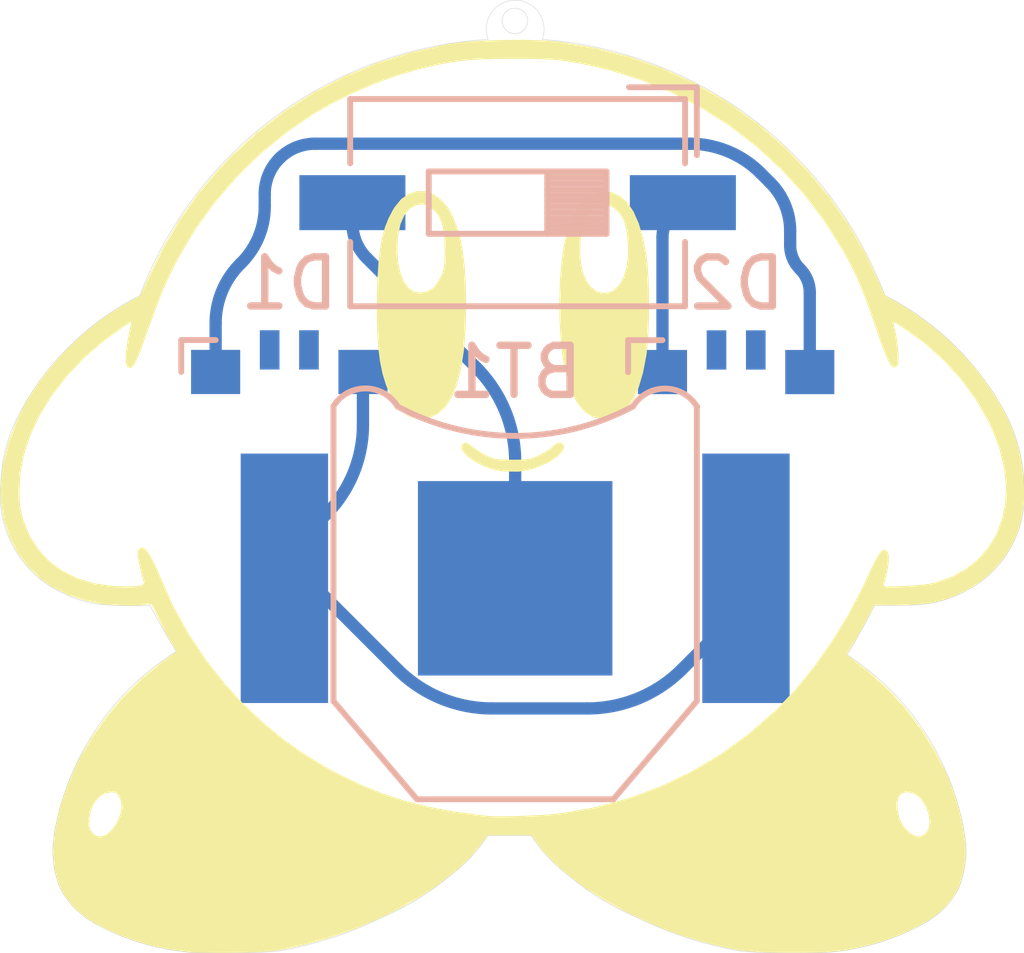
<source format=kicad_pcb>
(kicad_pcb (version 20211014) (generator pcbnew)
  (layers (0 "F.Cu" signal) (31 "B.Cu" signal) (34 "B.Paste" user) (35 "F.Paste" user) (36 "B.SilkS" user "B.Silkscreen") (37 "F.SilkS" user "F.Silkscreen") (38 "B.Mask" user) (39 "F.Mask" user) (44 "Edge.Cuts" user))
  (net 0 "")
  (net 1 "+BATT")
  (net 2 "GND")
  (net 3 "Net-(D1-Pad1)")
  (net 4 "Net-(D2-Pad1)")
  (footprint "LOGO" (layer "F.Cu") (at 144.51 93.77)
    (fp_text reference "G***")
    (fp_text value "LOGO" hide)
    (fp_poly (pts (xy 1.983789 -6.188434) (xy 2.015556 -6.179899) (xy 2.180271 -6.103192) (xy 2.324544 -5.973891) (xy 2.449257 -5.790399) (xy 2.555298 -5.551121) (xy 2.643549 -5.25446) (xy 2.710256 -4.926724) (xy 2.73446 -4.73516) (xy 2.752056 -4.496206) (xy 2.76303 -4.224688) (xy 2.767367 -3.935429) (xy 2.765051 -3.643254) (xy 2.756069 -3.362987) (xy 2.740405 -3.109452) (xy 2.718046 -2.897473) (xy 2.71231 -2.858421) (xy 2.642718 -2.501765) (xy 2.554507 -2.203948) (xy 2.447181 -1.96393) (xy 2.320246 -1.780672) (xy 2.173204 -1.653134) (xy 2.124405 -1.625229) (xy 1.980232 -1.57894) (xy 1.815148 -1.566904) (xy 1.659425 -1.590162) (xy 1.61096 -1.607604) (xy 1.448674 -1.712744) (xy 1.308502 -1.875999) (xy 1.190581 -2.09691) (xy 1.095045 -2.375019) (xy 1.022028 -2.709867) (xy 0.971666 -3.100997) (xy 0.944093 -3.547951) (xy 0.938423 -3.894985) (xy 0.94982 -4.35677) (xy 0.983592 -4.77046) (xy 1.038758 -5.132412) (xy 1.36679 -5.132412) (xy 1.367491 -4.911529) (xy 1.387517 -4.703859) (xy 1.418205 -4.561255) (xy 1.491861 -4.382567) (xy 1.590607 -4.248021) (xy 1.707848 -4.161741) (xy 1.836988 -4.127847) (xy 1.971433 -4.150463) (xy 2.029855 -4.178955) (xy 2.148434 -4.283952) (xy 2.240735 -4.439296) (xy 2.304299 -4.637483) (xy 2.336666 -4.871006) (xy 2.336545 -5.114409) (xy 2.318896 -5.317961) (xy 2.291677 -5.474618) (xy 2.25098 -5.59979) (xy 2.1929 -5.708887) (xy 2.181401 -5.726372) (xy 2.068938 -5.851425) (xy 1.944725 -5.918999) (xy 1.816221 -5.931154) (xy 1.690883 -5.889954) (xy 1.576168 -5.797458) (xy 1.479534 -5.655728) (xy 1.422886 -5.516709) (xy 1.385295 -5.342231) (xy 1.36679 -5.132412) (xy 1.038758 -5.132412) (xy 1.03911 -5.13472) (xy 1.115745 -5.448216) (xy 1.212868 -5.709613) (xy 1.32985 -5.917579) (xy 1.466062 -6.070778) (xy 1.620875 -6.167876) (xy 1.79366 -6.20754)) (layer "F.SilkS") (width 0) (fill solid))
    (fp_poly (pts (xy -1.635291 -6.151573) (xy -1.479417 -6.04579) (xy -1.340026 -5.888386) (xy -1.239423 -5.714131) (xy -1.149023 -5.493269) (xy -1.077604 -5.251333) (xy -1.023953 -4.980421) (xy -0.986854 -4.672631) (xy -0.965094 -4.320061) (xy -0.957458 -3.914808) (xy -0.957421 -3.878818) (xy -0.96895 -3.390571) (xy -1.003383 -2.960422) (xy -1.060778 -2.588227) (xy -1.141193 -2.273842) (xy -1.244684 -2.017123) (xy -1.37131 -1.817928) (xy -1.521128 -1.676113) (xy -1.694196 -1.591534) (xy -1.886877 -1.564039) (xy -2.017231 -1.574408) (xy -2.120649 -1.611682) (xy -2.174184 -1.644376) (xy -2.283163 -1.726751) (xy -2.366629 -1.814428) (xy -2.44035 -1.926766) (xy -2.50363 -2.048892) (xy -2.590808 -2.254941) (xy -2.660226 -2.481315) (xy -2.712817 -2.735033) (xy -2.749515 -3.023112) (xy -2.771251 -3.352571) (xy -2.77896 -3.730428) (xy -2.775239 -4.092137) (xy -2.76296 -4.459305) (xy -2.742004 -4.772654) (xy -2.713031 -5.020566) (xy -2.359466 -5.020566) (xy -2.343804 -4.771974) (xy -2.299152 -4.554043) (xy -2.228403 -4.374129) (xy -2.134451 -4.23959) (xy -2.020189 -4.157781) (xy -2.020162 -4.15777) (xy -1.902922 -4.136999) (xy -1.772205 -4.157894) (xy -1.655421 -4.214764) (xy -1.625381 -4.239716) (xy -1.561074 -4.318504) (xy -1.495465 -4.425127) (xy -1.466018 -4.48465) (xy -1.433609 -4.566916) (xy -1.412554 -4.649869) (xy -1.400537 -4.750302) (xy -1.395244 -4.885007) (xy -1.394304 -5.004926) (xy -1.404479 -5.272626) (xy -1.437248 -5.48719) (xy -1.494908 -5.65466) (xy -1.579756 -5.781077) (xy -1.694088 -5.872485) (xy -1.731732 -5.892644) (xy -1.821345 -5.928968) (xy -1.896521 -5.933152) (xy -1.974656 -5.914576) (xy -2.108978 -5.842395) (xy -2.215707 -5.716077) (xy -2.293752 -5.538159) (xy -2.342022 -5.311174) (xy -2.359427 -5.037659) (xy -2.359466 -5.020566) (xy -2.713031 -5.020566) (xy -2.710697 -5.040534) (xy -2.66737 -5.271292) (xy -2.61035 -5.473279) (xy -2.537965 -5.654843) (xy -2.448544 -5.824333) (xy -2.418612 -5.873334) (xy -2.284591 -6.039731) (xy -2.132297 -6.149815) (xy -1.968682 -6.204524) (xy -1.800696 -6.204798)) (layer "F.SilkS") (width 0) (fill solid))
    (fp_poly (pts (xy 0.339508 -9.283891) (xy 0.619299 -9.274323) (xy 0.861493 -9.257369) (xy 0.969704 -9.245299) (xy 1.684772 -9.122687) (xy 2.369225 -8.94618) (xy 3.025971 -8.714703) (xy 3.65792 -8.427183) (xy 4.267982 -8.082543) (xy 4.470705 -7.952315) (xy 5.014335 -7.556215) (xy 5.5273 -7.110352) (xy 6.004409 -6.620927) (xy 6.440468 -6.094142) (xy 6.830287 -5.536201) (xy 7.168674 -4.953304) (xy 7.415674 -4.434256) (xy 7.566488 -4.082143) (xy 7.817729 -3.941379) (xy 8.174751 -3.723374) (xy 8.510073 -3.47933) (xy 8.839847 -3.196826) (xy 9.057759 -2.987805) (xy 9.428858 -2.583112) (xy 9.741703 -2.167175) (xy 9.99558 -1.741589) (xy 10.189778 -1.307947) (xy 10.323584 -0.867846) (xy 10.396284 -0.422878) (xy 10.407167 0.02536) (xy 10.406894 0.031281) (xy 10.369513 0.391945) (xy 10.290516 0.712479) (xy 10.16555 1.003006) (xy 9.990261 1.273651) (xy 9.760494 1.534339) (xy 9.62407 1.666088) (xy 9.507288 1.764463) (xy 9.38992 1.844303) (xy 9.251739 1.920447) (xy 9.196551 1.948067) (xy 8.956407 2.056238) (xy 8.728886 2.134931) (xy 8.496935 2.187717) (xy 8.243499 2.218168) (xy 7.951523 2.229853) (xy 7.849013 2.230218) (xy 7.361695 2.228607) (xy 7.210513 2.514119) (xy 7.127395 2.666244) (xy 7.035453 2.826948) (xy 6.950206 2.969324) (xy 6.921966 3.014325) (xy 6.859754 3.11399) (xy 6.814733 3.190827) (xy 6.794266 3.232087) (xy 6.794086 3.235681) (xy 7.239765 3.574717) (xy 7.633451 3.931346) (xy 7.985285 4.315846) (xy 8.305408 4.738501) (xy 8.36943 4.832882) (xy 8.602652 5.214352) (xy 8.802307 5.605149) (xy 8.965916 5.997431) (xy 9.091002 6.383358) (xy 9.175087 6.755088) (xy 9.215695 7.104779) (xy 9.210346 7.424591) (xy 9.204601 7.476108) (xy 9.148197 7.771424) (xy 9.058411 8.020551) (xy 8.932005 8.23212) (xy 8.91089 8.259629) (xy 8.723421 8.454264) (xy 8.480317 8.637546) (xy 8.187959 8.806397) (xy 7.852723 8.95774) (xy 7.480989 9.088498) (xy 7.079135 9.195595) (xy 6.887408 9.235781) (xy 6.766867 9.257729) (xy 6.654804 9.274614) (xy 6.540357 9.287067) (xy 6.412664 9.29572) (xy 6.260864 9.301204) (xy 6.074093 9.30415) (xy 5.841492 9.30519) (xy 5.693103 9.305181) (xy 5.400631 9.303794) (xy 5.157795 9.299358) (xy 4.951691 9.290466) (xy 4.769414 9.275709) (xy 4.598061 9.253682) (xy 4.424727 9.222977) (xy 4.236509 9.182185) (xy 4.020502 9.129901) (xy 3.970214 9.117282) (xy 3.537022 8.992696) (xy 3.102975 8.838618) (xy 2.675203 8.659208) (xy 2.260838 8.458623) (xy 1.867009 8.241024) (xy 1.500849 8.010568) (xy 1.169488 7.771415) (xy 0.880056 7.527724) (xy 0.639685 7.283654) (xy 0.481848 7.082755) (xy 0.36497 6.913054) (xy -0.517647 6.913054) (xy -0.656301 7.103456) (xy -0.88982 7.38139) (xy -1.179357 7.654448) (xy -1.518382 7.919178) (xy -1.900369 8.172129) (xy -2.318788 8.40985) (xy -2.767111 8.62889) (xy -3.238811 8.825798) (xy -3.727359 8.997122) (xy -4.226227 9.139411) (xy -4.707759 9.245297) (xy -4.84247 9.265739) (xy -5.007502 9.281688) (xy -5.210963 9.293621) (xy -5.460959 9.302018) (xy -5.755665 9.30724) (xy -5.972608 9.309298) (xy -6.17221 9.310095) (xy -6.344823 9.309678) (xy -6.480798 9.308098) (xy -6.570486 9.305404) (xy -6.600247 9.302937) (xy -6.664113 9.292298) (xy -6.772074 9.274802) (xy -6.906419 9.253306) (xy -6.991256 9.239846) (xy -7.320325 9.174189) (xy -7.654443 9.08253) (xy -7.979563 8.970146) (xy -8.281637 8.842318) (xy -8.546618 8.704325) (xy -8.724955 8.588328) (xy -8.961718 8.381948) (xy -9.144964 8.148662) (xy -9.275399 7.886397) (xy -9.353728 7.593081) (xy -9.380656 7.266645) (xy -9.35689 6.905017) (xy -9.339297 6.785187) (xy -9.303391 6.627185) (xy -8.633498 6.627185) (xy -8.626809 6.73779) (xy -8.601368 6.811988) (xy -8.556718 6.867555) (xy -8.474364 6.928407) (xy -8.390532 6.937752) (xy -8.28993 6.895913) (xy -8.254934 6.873921) (xy -8.161754 6.784935) (xy -8.076474 6.656795) (xy -8.011284 6.512758) (xy -7.978372 6.376085) (xy -7.976601 6.342838) (xy -7.989533 6.235177) (xy -8.020998 6.13621) (xy -8.024326 6.129481) (xy -8.067097 6.06717) (xy -8.124856 6.041338) (xy -8.19397 6.037192) (xy -8.325564 6.066575) (xy -8.443003 6.147793) (xy -8.53854 6.270449) (xy -8.60443 6.424143) (xy -8.632926 6.59848) (xy -8.633498 6.627185) (xy -9.303391 6.627185) (xy -9.232884 6.316925) (xy -9.069633 5.846176) (xy -8.85445 5.380517) (xy -8.592245 4.927527) (xy -8.287924 4.494784) (xy -7.946395 4.089867) (xy -7.572566 3.720355) (xy -7.171345 3.393826) (xy -7.118354 3.355586) (xy -6.854538 3.16793) (xy -6.935026 3.049481) (xy -6.980061 2.974978) (xy -7.043268 2.859557) (xy -7.116276 2.718953) (xy -7.190713 2.568902) (xy -7.19107 2.568164) (xy -7.366626 2.205296) (xy -7.601232 2.228844) (xy -7.981979 2.24248) (xy -8.361708 2.209461) (xy -8.729658 2.132615) (xy -9.075072 2.014772) (xy -9.387191 1.858762) (xy -9.618085 1.698414) (xy -9.8836 1.44482) (xy -10.098148 1.158051) (xy -10.261334 0.841763) (xy -10.372761 0.499611) (xy -10.432034 0.135252) (xy -10.436331 -0.109483) (xy -10.053755 -0.109483) (xy -10.050921 0.067942) (xy -10.039871 0.207546) (xy -10.017255 0.333879) (xy -9.97972 0.471492) (xy -9.97027 0.502075) (xy -9.840413 0.819256) (xy -9.663193 1.097144) (xy -9.441295 1.333987) (xy -9.177404 1.528031) (xy -8.874206 1.677521) (xy -8.534385 1.780704) (xy -8.160628 1.835825) (xy -7.91404 1.845097) (xy -7.738871 1.841942) (xy -7.619344 1.832047) (xy -7.548757 1.81387) (xy -7.520406 1.785874) (xy -7.523607 1.755433) (xy -7.545699 1.685059) (xy -7.574588 1.575345) (xy -7.604951 1.448325) (xy -7.631465 1.326036) (xy -7.645782 1.249712) (xy -7.647806 1.144804) (xy -7.619136 1.073189) (xy -7.566656 1.045203) (xy -7.51801 1.057863) (xy -7.462034 1.111784) (xy -7.391921 1.217406) (xy -7.312077 1.366679) (xy -7.226911 1.551554) (xy -7.163741 1.704803) (xy -6.913305 2.263512) (xy -6.60748 2.813229) (xy -6.253411 3.343129) (xy -5.858244 3.842388) (xy -5.49032 4.239653) (xy -5.08399 4.623748) (xy -4.677743 4.959235) (xy -4.255516 5.257946) (xy -3.801244 5.531714) (xy -3.560823 5.660996) (xy -3.114159 5.876612) (xy -2.667604 6.057851) (xy -2.209645 6.207959) (xy -1.728769 6.330177) (xy -1.213466 6.427748) (xy -0.652221 6.503916) (xy -0.516133 6.518675) (xy -0.397272 6.525347) (xy -0.230242 6.527015) (xy -0.029192 6.524218) (xy 0.191732 6.517495) (xy 0.418382 6.507386) (xy 0.63661 6.49443) (xy 0.83227 6.479166) (xy 0.991213 6.462134) (xy 1.000985 6.460837) (xy 1.458032 6.378675) (xy 7.826065 6.378675) (xy 7.866314 6.569933) (xy 7.953232 6.735435) (xy 8.079429 6.862093) (xy 8.110796 6.882878) (xy 8.21732 6.933602) (xy 8.301779 6.93478) (xy 8.381468 6.885497) (xy 8.400313 6.867555) (xy 8.460428 6.765152) (xy 8.478053 6.628318) (xy 8.453149 6.46858) (xy 8.402206 6.331247) (xy 8.306579 6.178171) (xy 8.189255 6.079471) (xy 8.054209 6.038265) (xy 8.027234 6.037192) (xy 7.924489 6.057104) (xy 7.858533 6.119686) (xy 7.826851 6.229211) (xy 7.826065 6.378675) (xy 1.458032 6.378675) (xy 1.690733 6.336843) (xy 2.359136 6.154331) (xy 3.004139 5.914296) (xy 3.623684 5.617733) (xy 4.215715 5.265638) (xy 4.778175 4.859008) (xy 5.309008 4.398837) (xy 5.358928 4.351208) (xy 5.74576 3.945565) (xy 6.119628 3.487801) (xy 6.47353 2.988072) (xy 6.800466 2.456534) (xy 7.093433 1.903343) (xy 7.195447 1.687265) (xy 7.290356 1.482467) (xy 7.365568 1.328937) (xy 7.425147 1.220067) (xy 7.473156 1.149251) (xy 7.513658 1.109882) (xy 7.550717 1.095353) (xy 7.559829 1.094828) (xy 7.617916 1.122411) (xy 7.648742 1.202169) (xy 7.651564 1.329613) (xy 7.626361 1.496843) (xy 7.59913 1.619498) (xy 7.573453 1.723838) (xy 7.554289 1.789886) (xy 7.552231 1.795384) (xy 7.545739 1.818748) (xy 7.554359 1.834428) (xy 7.587178 1.843344) (xy 7.65328 1.846413) (xy 7.761752 1.844554) (xy 7.921678 1.838686) (xy 7.963685 1.836989) (xy 8.149731 1.826104) (xy 8.327754 1.809741) (xy 8.47955 1.789898) (xy 8.586576 1.768663) (xy 8.925311 1.648818) (xy 9.22138 1.485774) (xy 9.47357 1.283187) (xy 9.680668 1.044718) (xy 9.841461 0.774023) (xy 9.954734 0.474761) (xy 10.019276 0.150589) (xy 10.033872 -0.194833) (xy 9.99731 -0.557849) (xy 9.908376 -0.934799) (xy 9.765856 -1.322026) (xy 9.67572 -1.515157) (xy 9.423108 -1.953951) (xy 9.116506 -2.37136) (xy 8.763001 -2.759551) (xy 8.369679 -3.110691) (xy 7.971123 -3.399243) (xy 7.871908 -3.462605) (xy 7.794525 -3.510119) (xy 7.752431 -3.533581) (xy 7.74892 -3.534729) (xy 7.748808 -3.507517) (xy 7.762636 -3.437374) (xy 7.779292 -3.370505) (xy 7.802691 -3.258074) (xy 7.824268 -3.112026) (xy 7.839854 -2.961262) (xy 7.841429 -2.939855) (xy 7.84872 -2.804235) (xy 7.846999 -2.717004) (xy 7.834869 -2.664457) (xy 7.810934 -2.632886) (xy 7.810085 -2.632175) (xy 7.773676 -2.610959) (xy 7.737924 -2.612981) (xy 7.700275 -2.643153) (xy 7.658171 -2.706389) (xy 7.609056 -2.807599) (xy 7.550375 -2.951698) (xy 7.479571 -3.143597) (xy 7.394089 -3.388209) (xy 7.350811 -3.514853) (xy 7.241482 -3.828718) (xy 7.141918 -4.096055) (xy 7.04603 -4.33085) (xy 6.947725 -4.547095) (xy 6.840912 -4.758777) (xy 6.719501 -4.979886) (xy 6.691574 -5.028835) (xy 6.321611 -5.612278) (xy 5.904859 -6.156566) (xy 5.444601 -6.65928) (xy 4.944122 -7.117998) (xy 4.406707 -7.530302) (xy 3.83564 -7.893771) (xy 3.234205 -8.205984) (xy 2.605688 -8.464522) (xy 1.953371 -8.666964) (xy 1.657882 -8.738034) (xy 1.436444 -8.785486) (xy 1.246616 -8.822632) (xy 1.075396 -8.850704) (xy 0.909783 -8.870932) (xy 0.736778 -8.88455) (xy 0.54338 -8.892787) (xy 0.316589 -8.896876) (xy 0.043403 -8.898047) (xy -0.031281 -8.89803) (xy -0.35483 -8.89576) (xy -0.630248 -8.888412) (xy -0.871868 -8.874342) (xy -1.094025 -8.851906) (xy -1.311055 -8.819462) (xy -1.537293 -8.775366) (xy -1.787074 -8.717973) (xy -1.946344 -8.678461) (xy -2.374788 -8.552473) (xy -2.824526 -8.388105) (xy -3.275506 -8.19393) (xy -3.707675 -7.978517) (xy -4.065255 -7.772776) (xy -4.621533 -7.392088) (xy -5.144961 -6.961693) (xy -5.630622 -6.486946) (xy -6.073598 -5.973201) (xy -6.468972 -5.425815) (xy -6.811827 -4.850143) (xy -6.893969 -4.692118) (xy -6.974058 -4.530803) (xy -7.044739 -4.381878) (xy -7.110467 -4.23442) (xy -7.175698 -4.077504) (xy -7.244886 -3.900207) (xy -7.322489 -3.691604) (xy -7.41296 -3.440771) (xy -7.471497 -3.276119) (xy -7.552785 -3.050595) (xy -7.618515 -2.878597) (xy -7.671811 -2.753945) (xy -7.715798 -2.670458) (xy -7.753599 -2.621954) (xy -7.788339 -2.602254) (xy -7.812102 -2.602212) (xy -7.85784 -2.630082) (xy -7.884863 -2.695389) (xy -7.893114 -2.802511) (xy -7.882534 -2.955828) (xy -7.853066 -3.159719) (xy -7.804652 -3.418562) (xy -7.801016 -3.43656) (xy -7.779699 -3.541717) (xy -7.917251 -3.452969) (xy -8.348817 -3.143597) (xy -8.745585 -2.796702) (xy -9.100695 -2.419539) (xy -9.407288 -2.019362) (xy -9.648723 -1.621934) (xy -9.832322 -1.230379) (xy -9.959276 -0.849244) (xy -10.032183 -0.468836) (xy -10.053755 -0.109483) (xy -10.436331 -0.109483) (xy -10.438757 -0.247661) (xy -10.392535 -0.64547) (xy -10.292972 -1.05452) (xy -10.139672 -1.471156) (xy -9.994215 -1.776817) (xy -9.83136 -2.067382) (xy -9.657745 -2.330809) (xy -9.461029 -2.583568) (xy -9.228869 -2.84213) (xy -9.087069 -2.987315) (xy -8.805992 -3.25506) (xy -8.535202 -3.482898) (xy -8.255175 -3.685921) (xy -7.946384 -3.879223) (xy -7.89328 -3.910098) (xy -7.594672 -4.082143) (xy -7.433728 -4.442289) (xy -7.134168 -5.053872) (xy -6.802062 -5.617674) (xy -6.431337 -6.1426) (xy -6.015922 -6.637552) (xy -5.738934 -6.927603) (xy -5.211557 -7.412402) (xy -4.652967 -7.843153) (xy -4.062832 -8.220026) (xy -3.440824 -8.543191) (xy -2.786612 -8.812819) (xy -2.099866 -9.02908) (xy -1.380257 -9.192143) (xy -1.329434 -9.201428) (xy -1.123814 -9.230461) (xy -0.870148 -9.253741) (xy -0.582708 -9.270996) (xy -0.27577 -9.281955) (xy 0.036394 -9.286344)) (layer "F.SilkS") (width 0) (fill solid))
    (fp_poly (pts (xy 1.024092 -1.046235) (xy 1.031487 -1.033721) (xy 1.0344 -0.965827) (xy 0.985808 -0.882725) (xy 0.892505 -0.791912) (xy 0.761282 -0.700882) (xy 0.697099 -0.664708) (xy 0.410895 -0.547556) (xy 0.110097 -0.49082) (xy -0.201362 -0.495163) (xy -0.263382 -0.503239) (xy -0.431102 -0.541226) (xy -0.597885 -0.601742) (xy -0.753317 -0.678304) (xy -0.886985 -0.764429) (xy -0.988478 -0.853633) (xy -1.04738 -0.939434) (xy -1.057354 -0.997567) (xy -1.029849 -1.067832) (xy -0.972371 -1.085409) (xy -0.888715 -1.050279) (xy -0.821664 -0.998792) (xy -0.72583 -0.927207) (xy -0.605505 -0.853725) (xy -0.533201 -0.816463) (xy -0.447476 -0.779485) (xy -0.368129 -0.755662) (xy -0.277346 -0.742193) (xy -0.157316 -0.736279) (xy -0.015641 -0.735098) (xy 0.142822 -0.736592) (xy 0.257146 -0.743106) (xy 0.345724 -0.757687) (xy 0.426949 -0.783383) (xy 0.519213 -0.823244) (xy 0.520866 -0.824007) (xy 0.636028 -0.884956) (xy 0.74033 -0.953247) (xy 0.800425 -1.003872) (xy 0.890535 -1.075566) (xy 0.966323 -1.089846)) (layer "F.SilkS") (width 0) (fill solid))
  )
  (footprint "LOGO" (layer "F.Cu") (at 144.51 93.77)
    (fp_text reference "G***")
    (fp_text value "LOGO" hide)
  )
  (footprint "LED_SMD:LED_Kingbright_APFA3010_3x1.5mm_Horizontal" (layer "B.Cu") (at 139.95 91.248223)
    (fp_text reference "D1" (at 0 -1.8 180) (layer "B.SilkS") (effects (justify mirror)))
    (fp_text value "LED")
    (fp_line (start -2.2 0) (end -2.2 -0.65) (layer "B.SilkS") (width 0.12))
    (fp_line (start -2.2 -0.65) (end -1.5 -0.65) (layer "B.SilkS") (width 0.12))
    (pad "1" smd rect (at -1.5 0) (size 1 0.9) (layers "B.Cu" "B.Paste" "B.Mask") (net 3 "Net-(D1-Pad1)"))
    (pad "2" smd rect (at 1.5 0) (size 1 0.9) (layers "B.Cu" "B.Paste" "B.Mask") (net 1 "+BATT"))
    (pad "3" smd rect (at 0.4 -0.45) (size 0.4 0.8) (layers "B.Cu" "B.Paste" "B.Mask"))
    (pad "4" smd rect (at -0.4 -0.45) (size 0.4 0.8) (layers "B.Cu" "B.Paste" "B.Mask"))
  )
  (footprint "Battery:BatteryHolder_Keystone_2998_1x6.8mm" (layer "B.Cu") (at 144.55 95.45 180)
    (fp_text reference "BT1" (at 0 4.2) (layer "B.SilkS") (effects (justify mirror)))
    (fp_text value "Battery_Cell")
    (fp_line (start -3.7 3.5) (end -3.7 -2.5) (layer "B.SilkS") (width 0.12))
    (fp_line (start 3.7 3.5) (end 3.7 -2.5) (layer "B.SilkS") (width 0.12))
    (fp_line (start 2 -4.5) (end 3.7 -2.5) (layer "B.SilkS") (width 0.12))
    (fp_line (start -2 -4.5) (end 2 -4.5) (layer "B.SilkS") (width 0.12))
    (fp_line (start -2 -4.5) (end -3.7 -2.5) (layer "B.SilkS") (width 0.12))
    (fp_arc (start 3.703723 3.5) (mid 3.046477 3.866382) (end 2.392627 3.493972) (layer "B.SilkS") (width 0.12))
    (fp_arc (start -2.4 3.5) (mid -0.00488 2.900002) (end 2.391383 3.495415) (layer "B.SilkS") (width 0.12))
    (fp_arc (start -2.4 3.5) (mid -3.055452 3.863197) (end -3.705648 3.490673) (layer "B.SilkS") (width 0.12))
    (pad "1" smd rect (at -4.7 0 180) (size 1.78 5.08) (layers "B.Cu" "B.Paste" "B.Mask") (net 1 "+BATT"))
    (pad "1" smd rect (at 4.7 0 180) (size 1.78 5.08) (layers "B.Cu" "B.Paste" "B.Mask") (net 1 "+BATT"))
    (pad "2" smd rect (at 0 0 180) (size 3.96 3.96) (layers "B.Cu" "B.Paste" "B.Mask") (net 2 "GND"))
  )
  (footprint "LED_SMD:LED_Kingbright_APFA3010_3x1.5mm_Horizontal" (layer "B.Cu") (at 149.05 91.25)
    (fp_text reference "D2" (at 0 -1.8 180) (layer "B.SilkS") (effects (justify mirror)))
    (fp_text value "LED")
    (fp_line (start -2.2 0) (end -2.2 -0.65) (layer "B.SilkS") (width 0.12))
    (fp_line (start -2.2 -0.65) (end -1.5 -0.65) (layer "B.SilkS") (width 0.12))
    (pad "1" smd rect (at -1.5 0) (size 1 0.9) (layers "B.Cu" "B.Paste" "B.Mask") (net 4 "Net-(D2-Pad1)"))
    (pad "2" smd rect (at 1.5 0) (size 1 0.9) (layers "B.Cu" "B.Paste" "B.Mask") (net 3 "Net-(D1-Pad1)"))
    (pad "3" smd rect (at 0.4 -0.45) (size 0.4 0.8) (layers "B.Cu" "B.Paste" "B.Mask"))
    (pad "4" smd rect (at -0.4 -0.45) (size 0.4 0.8) (layers "B.Cu" "B.Paste" "B.Mask"))
  )
  (footprint "LOGO" (layer "B.Cu") (at 144.51 93.77 180)
    (fp_text reference "G***")
    (fp_text value "LOGO" hide)
  )
  (footprint "Button_Switch_SMD:SW_DIP_SPSTx01_Slide_6.7x4.1mm_W6.73mm_P2.54mm_LowProfile_JPin" (layer "B.Cu") (at 144.6 87.8 180)
    (fp_text reference "SW1" hide)
    (fp_text value "SW_SPST")
    (fp_line (start -1.81 0.155) (end -0.603333 0.155) (layer "B.SilkS") (width 0.12))
    (fp_line (start -1.81 -0.565) (end -0.603333 -0.565) (layer "B.SilkS") (width 0.12))
    (fp_line (start 3.41 2.11) (end 3.41 0.8) (layer "B.SilkS") (width 0.12))
    (fp_line (start -1.81 0.035) (end -0.603333 0.035) (layer "B.SilkS") (width 0.12))
    (fp_line (start -3.65 2.35) (end -2.267 2.35) (layer "B.SilkS") (width 0.12))
    (fp_line (start -1.81 -0.205) (end -0.603333 -0.205) (layer "B.SilkS") (width 0.12))
    (fp_line (start -1.81 0.515) (end -0.603333 0.515) (layer "B.SilkS") (width 0.12))
    (fp_line (start -0.603333 0.635) (end -0.603333 -0.635) (layer "B.SilkS") (width 0.12))
    (fp_line (start 3.41 -0.8) (end 3.41 -2.11) (layer "B.SilkS") (width 0.12))
    (fp_line (start -3.41 -0.8) (end -3.41 -2.11) (layer "B.SilkS") (width 0.12))
    (fp_line (start -1.81 0.395) (end -0.603333 0.395) (layer "B.SilkS") (width 0.12))
    (fp_line (start -1.81 -0.445) (end -0.603333 -0.445) (layer "B.SilkS") (width 0.12))
    (fp_line (start -3.41 2.11) (end -3.41 0.8) (layer "B.SilkS") (width 0.12))
    (fp_line (start -1.81 0.275) (end -0.603333 0.275) (layer "B.SilkS") (width 0.12))
    (fp_line (start 1.81 0.635) (end -1.81 0.635) (layer "B.SilkS") (width 0.12))
    (fp_line (start -3.65 2.35) (end -3.65 0.967) (layer "B.SilkS") (width 0.12))
    (fp_line (start -1.81 0.635) (end -1.81 -0.635) (layer "B.SilkS") (width 0.12))
    (fp_line (start -3.41 -2.11) (end 3.41 -2.11) (layer "B.SilkS") (width 0.12))
    (fp_line (start -1.81 -0.325) (end -0.603333 -0.325) (layer "B.SilkS") (width 0.12))
    (fp_line (start -1.81 -0.635) (end 1.81 -0.635) (layer "B.SilkS") (width 0.12))
    (fp_line (start -1.81 -0.085) (end -0.603333 -0.085) (layer "B.SilkS") (width 0.12))
    (fp_line (start 1.81 -0.635) (end 1.81 0.635) (layer "B.SilkS") (width 0.12))
    (fp_line (start -3.41 2.11) (end 3.41 2.11) (layer "B.SilkS") (width 0.12))
    (pad "1" smd rect (at -3.365 0 180) (size 2.16 1.12) (layers "B.Cu" "B.Paste" "B.Mask") (net 4 "Net-(D2-Pad1)"))
    (pad "2" smd rect (at 3.365 0 180) (size 2.16 1.12) (layers "B.Cu" "B.Paste" "B.Mask") (net 2 "GND"))
  )
  (gr_arc (start 151.87 96) (mid 151.600099 96.5106) (end 151.31 97.01) (layer "Edge.Cuts") (width 0.01))
  (gr_line (start 144.88 100.69) (end 143.99 100.69) (layer "Edge.Cuts") (width 0.01))
  (gr_arc (start 151.31 97.01) (mid 152.948615 98.671276) (end 153.73 100.87) (layer "Edge.Cuts") (width 0.01))
  (gr_arc (start 147.04 102.36) (mid 146.29212 101.973429) (end 145.61 101.48) (layer "Edge.Cuts") (width 0.01))
  (gr_arc (start 149.13 103.04) (mid 148.061259 102.77297) (end 147.04 102.36) (layer "Edge.Cuts") (width 0.01))
  (gr_arc (start 145.1 84.475) (mid 149.349208 86.066341) (end 152.08 89.69) (layer "Edge.Cuts") (width 0.01))
  (gr_arc (start 139.74 103.04) (mid 139.49155 103.059975) (end 139.2425 103.07) (layer "Edge.Cuts") (width 0.01))
  (gr_arc (start 137.9975 103.07) (mid 136.95523 102.882711) (end 135.98 102.47) (layer "Edge.Cuts") (width 0.01))
  (gr_arc (start 143.99 100.69) (mid 143.660067 101.117404) (end 143.26 101.48) (layer "Edge.Cuts") (width 0.01))
  (gr_arc (start 139.2425 103.07) (mid 138.62 103.08245) (end 137.9975 103.07) (layer "Edge.Cuts") (width 0.01))
  (gr_arc (start 152.89 102.47) (mid 151.91477 102.882714) (end 150.8725 103.07) (layer "Edge.Cuts") (width 0.01))
  (gr_arc (start 154.46 91.96) (mid 154.785294 92.716253) (end 154.91 93.53) (layer "Edge.Cuts") (width 0.01))
  (gr_arc (start 135.29 101.77) (mid 135.165425 101.328262) (end 135.14 100.87) (layer "Edge.Cuts") (width 0.01))
  (gr_circle (center 144.545 84.1) (end 144.805 84.1) (layer "Edge.Cuts") (width 0.01) (fill none))
  (gr_arc (start 143.26 101.48) (mid 142.57788 101.97343) (end 141.83 102.36) (layer "Edge.Cuts") (width 0.01))
  (gr_arc (start 153.58 101.77) (mid 153.286422 102.170687) (end 152.89 102.47) (layer "Edge.Cuts") (width 0.01))
  (gr_arc (start 152.08 89.69) (mid 153.4375 90.649376) (end 154.46 91.96) (layer "Edge.Cuts") (width 0.01))
  (gr_arc (start 154.91 93.53) (mid 154.632101 94.844288) (end 153.64 95.75) (layer "Edge.Cuts") (width 0.01))
  (gr_arc (start 137.65 96.94) (mid 137.373285 96.47722) (end 137.115294 96.003747) (layer "Edge.Cuts") (width 0.01))
  (gr_arc (start 136.905294 89.693747) (mid 139.682339 86.037166) (end 144 84.475) (layer "Edge.Cuts") (width 0.01))
  (gr_arc (start 141.83 102.36) (mid 140.808741 102.772967) (end 139.74 103.04) (layer "Edge.Cuts") (width 0.01))
  (gr_arc (start 136.125294 95.983747) (mid 135.725123 95.903243) (end 135.345294 95.753747) (layer "Edge.Cuts") (width 0.01))
  (gr_arc (start 135.345294 95.753747) (mid 134.353193 94.848035) (end 134.075294 93.533747) (layer "Edge.Cuts") (width 0.01))
  (gr_arc (start 137.115294 96.003747) (mid 136.620044 96.006139) (end 136.125294 95.983747) (layer "Edge.Cuts") (width 0.01))
  (gr_arc (start 135.14 100.87) (mid 135.94994 98.620751) (end 137.65 96.94) (layer "Edge.Cuts") (width 0.01))
  (gr_arc (start 153.73 100.87) (mid 153.704567 101.328262) (end 153.58 101.77) (layer "Edge.Cuts") (width 0.01))
  (gr_arc (start 153.64 95.75) (mid 153.260174 95.899503) (end 152.86 95.98) (layer "Edge.Cuts") (width 0.01))
  (gr_arc (start 134.525294 91.963747) (mid 135.547787 90.653122) (end 136.905294 89.693747) (layer "Edge.Cuts") (width 0.01))
  (gr_arc (start 144 84.475) (mid 144.55 83.677713) (end 145.1 84.475) (layer "Edge.Cuts") (width 0.009))
  (gr_arc (start 145.61 101.48) (mid 145.209933 101.117404) (end 144.88 100.69) (layer "Edge.Cuts") (width 0.01))
  (gr_arc (start 150.8725 103.07) (mid 150.25 103.08245) (end 149.6275 103.07) (layer "Edge.Cuts") (width 0.01))
  (gr_arc (start 149.6275 103.07) (mid 149.37845 103.059975) (end 149.13 103.04) (layer "Edge.Cuts") (width 0.01))
  (gr_arc (start 134.075294 93.533747) (mid 134.2 92.72) (end 134.525294 91.963747) (layer "Edge.Cuts") (width 0.01))
  (gr_arc (start 135.98 102.47) (mid 135.58357 102.170693) (end 135.29 101.77) (layer "Edge.Cuts") (width 0.01))
  (gr_arc (start 152.86 95.98) (mid 152.36525 96.002393) (end 151.87 96) (layer "Edge.Cuts") (width 0.01))
  (segment (start 144.076981 98.1) (end 146.023018 98.1) (width 0.25) (layer "B.Cu") (net 1))
  (segment (start 139.89052 95) (end 139.931041 95) (width 0.25) (layer "B.Cu") (net 1))
  (segment (start 149.25 95.5) (end 149.25 95) (width 0.25) (layer "B.Cu") (net 1))
  (segment (start 140.689231 94.160767) (end 139.878652 94.971347) (width 0.25) (layer "B.Cu") (net 1))
  (segment (start 142.153103 97.303103) (end 139.878652 95.028652) (width 0.25) (layer "B.Cu") (net 1))
  (segment (start 147.946896 97.303103) (end 148.896446 96.353553) (width 0.25) (layer "B.Cu") (net 1))
  (segment (start 141.45 92.324111) (end 141.45 91.248223) (width 0.25) (layer "B.Cu") (net 1))
  (arc (start 139.878652 94.971347) (mid 139.875013 94.989638) (end 139.89052 95) (width 0.25) (layer "B.Cu") (net 1))
  (arc (start 142.153103 97.303103) (mid 143.035786 97.892893) (end 144.076981 98.1) (width 0.25) (layer "B.Cu") (net 1))
  (arc (start 139.878652 95.028652) (mid 139.866783 94.999999) (end 139.878652 94.971347) (width 0.25) (layer "B.Cu") (net 1))
  (arc (start 139.89052 95) (mid 139.875013 95.010361) (end 139.878652 95.028652) (width 0.25) (layer "B.Cu") (net 1))
  (arc (start 149.25 95.5) (mid 149.158114 95.961939) (end 148.896446 96.353553) (width 0.25) (layer "B.Cu") (net 1))
  (arc (start 141.45 92.324111) (mid 141.252282 93.318102) (end 140.689231 94.160767) (width 0.25) (layer "B.Cu") (net 1))
  (arc (start 147.946896 97.303103) (mid 147.064213 97.892893) (end 146.023018 98.1) (width 0.25) (layer "B.Cu") (net 1))
  (segment (start 141.235 88.2175) (end 141.235 87.8) (width 0.25) (layer "B.Cu") (net 2))
  (segment (start 141.530217 88.930217) (end 143.753103 91.153103) (width 0.25) (layer "B.Cu") (net 2))
  (segment (start 144.55 93.076981) (end 144.55 95) (width 0.25) (layer "B.Cu") (net 2))
  (arc (start 141.235 88.2175) (mid 141.311724 88.603219) (end 141.530217 88.930217) (width 0.25) (layer "B.Cu") (net 2))
  (arc (start 143.753103 91.153103) (mid 144.342893 92.035786) (end 144.55 93.076981) (width 0.25) (layer "B.Cu") (net 2))
  (segment (start 139.45 87.875) (end 139.45 87.624264) (width 0.25) (layer "B.Cu") (net 3))
  (segment (start 138.949999 89.049999) (end 138.972702 89.027297) (width 0.25) (layer "B.Cu") (net 3))
  (segment (start 149.55 87.2) (end 149.743413 87.393413) (width 0.25) (layer "B.Cu") (net 3))
  (segment (start 138.468305 91.281694) (end 138.55 91.2) (width 0.25) (layer "B.Cu") (net 3))
  (segment (start 148.101471 86.6) (end 140.474264 86.6) (width 0.25) (layer "B.Cu") (net 3))
  (segment (start 150.55 89.632842) (end 150.55 91.25) (width 0.25) (layer "B.Cu") (net 3))
  (segment (start 138.45 91.222334) (end 138.45 91.274111) (width 0.25) (layer "B.Cu") (net 3))
  (segment (start 138.45 90.257106) (end 138.45 91.222334) (width 0.25) (layer "B.Cu") (net 3))
  (segment (start 150.15 88.375) (end 150.15 88.667157) (width 0.25) (layer "B.Cu") (net 3))
  (arc (start 149.743413 87.393413) (mid 150.044331 87.843769) (end 150.15 88.375) (width 0.25) (layer "B.Cu") (net 3))
  (arc (start 150.35 89.15) (mid 150.498021 89.371529) (end 150.55 89.632842) (width 0.25) (layer "B.Cu") (net 3))
  (arc (start 149.55 87.2) (mid 148.885409 86.755934) (end 148.101471 86.6) (width 0.25) (layer "B.Cu") (net 3))
  (arc (start 139.75 86.9) (mid 139.527967 87.232295) (end 139.45 87.624264) (width 0.25) (layer "B.Cu") (net 3))
  (arc (start 140.474264 86.6) (mid 140.082295 86.677967) (end 139.75 86.9) (width 0.25) (layer "B.Cu") (net 3))
  (arc (start 139.45 87.875) (mid 139.325954 88.498618) (end 138.972702 89.027297) (width 0.25) (layer "B.Cu") (net 3))
  (arc (start 150.15 88.667157) (mid 150.201978 88.928469) (end 150.35 89.15) (width 0.25) (layer "B.Cu") (net 3))
  (arc (start 138.45 91.274111) (mid 138.456619 91.284018) (end 138.468305 91.281694) (width 0.25) (layer "B.Cu") (net 3))
  (arc (start 138.949999 89.049999) (mid 138.579945 89.603824) (end 138.45 90.257106) (width 0.25) (layer "B.Cu") (net 3))
  (segment (start 147.55 88.508449) (end 147.55 91.25) (width 0.25) (layer "B.Cu") (net 4))
  (segment (start 147.7575 88.0075) (end 147.965 87.8) (width 0.25) (layer "B.Cu") (net 4))
  (arc (start 147.7575 88.0075) (mid 147.603927 88.237337) (end 147.55 88.508449) (width 0.25) (layer "B.Cu") (net 4))
)
</source>
